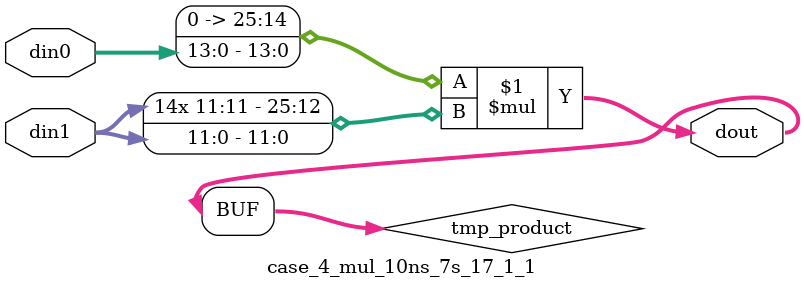
<source format=v>

`timescale 1 ns / 1 ps

 (* use_dsp = "no" *)  module case_4_mul_10ns_7s_17_1_1(din0, din1, dout);
parameter ID = 1;
parameter NUM_STAGE = 0;
parameter din0_WIDTH = 14;
parameter din1_WIDTH = 12;
parameter dout_WIDTH = 26;

input [din0_WIDTH - 1 : 0] din0; 
input [din1_WIDTH - 1 : 0] din1; 
output [dout_WIDTH - 1 : 0] dout;

wire signed [dout_WIDTH - 1 : 0] tmp_product;

























assign tmp_product = $signed({1'b0, din0}) * $signed(din1);










assign dout = tmp_product;





















endmodule

</source>
